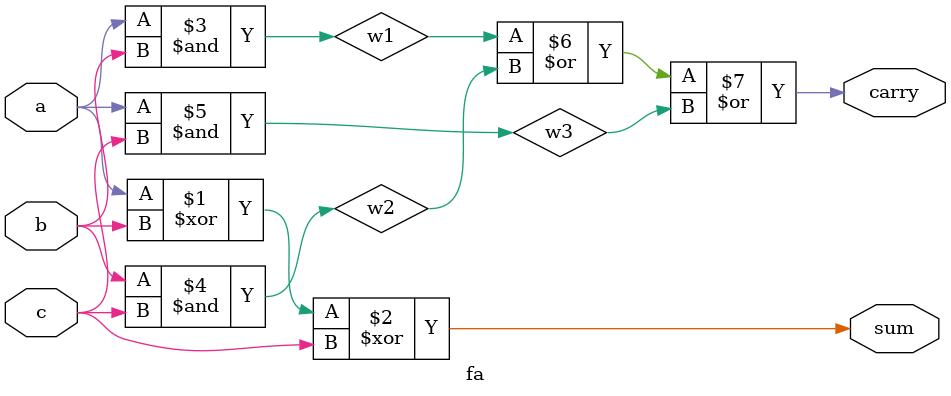
<source format=v>
`timescale 1ns / 1ps
module fa(
    input a,
    input b,
    input c,
    output sum,
    output carry);
	 wire w2,w3;
	 xor x1(sum,a,b,c);
	 and a1(w1,a,b);
	 and a2(w2,b,c);
	 and a3(w3,a,c);
	 or o1(carry,w1,w2,w3);
endmodule

module fa_4bit;
wire [3:0]a,b;
wire [3:0] c;
wire [3:0] sum;

fa f0 (a[0],b[0],1'b0,sum[0],c[0]);
fa f1 (a[1],b[1],c[0],sum[1],c[1]);
fa f2 (a[2],b[2],c[1],sum[2],c[2]);
fa f3 (a[3],b[3],c[2],sum[3],c[3]);

endmodule

</source>
